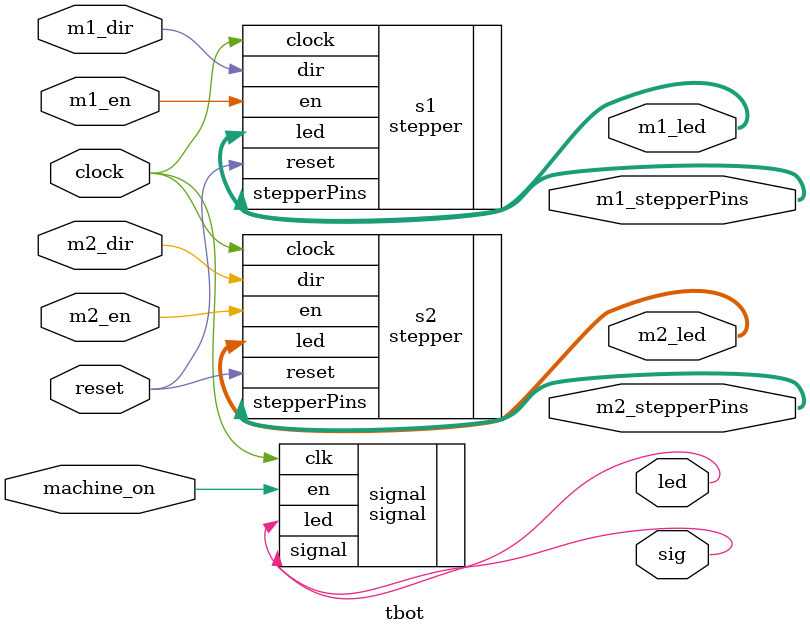
<source format=v>
module tbot(clock, m1_en, reset, m1_dir, m1_led, m1_stepperPins, m2_en, m2_dir, m2_led, m2_stepperPins, machine_on, sig, led);

input clock, reset;
input m1_dir, m2_dir, m1_en, m2_en;

output [2:0] m1_led;
output [2:0] m2_led;

//output to the motors
output [3:0] m1_stepperPins;
output [3:0] m2_stepperPins;

//signal to the machine and indicator
input machine_on;
output sig, led;

//motor 1
stepper s1(.clock(clock),
				.en(m1_en),
				.reset(reset),
				.dir(m1_dir),
				.led(m1_led),
				.stepperPins(m1_stepperPins));

				
//motor 2
stepper s2(.clock(clock),
				.en(m2_en),
				.reset(reset),
				.dir(m2_dir),
				.led(m2_led),
				.stepperPins(m2_stepperPins));

//


signal signal(.clk(clock),
					.en(machine_on),
					.signal(sig),
					.led(led));


endmodule


</source>
